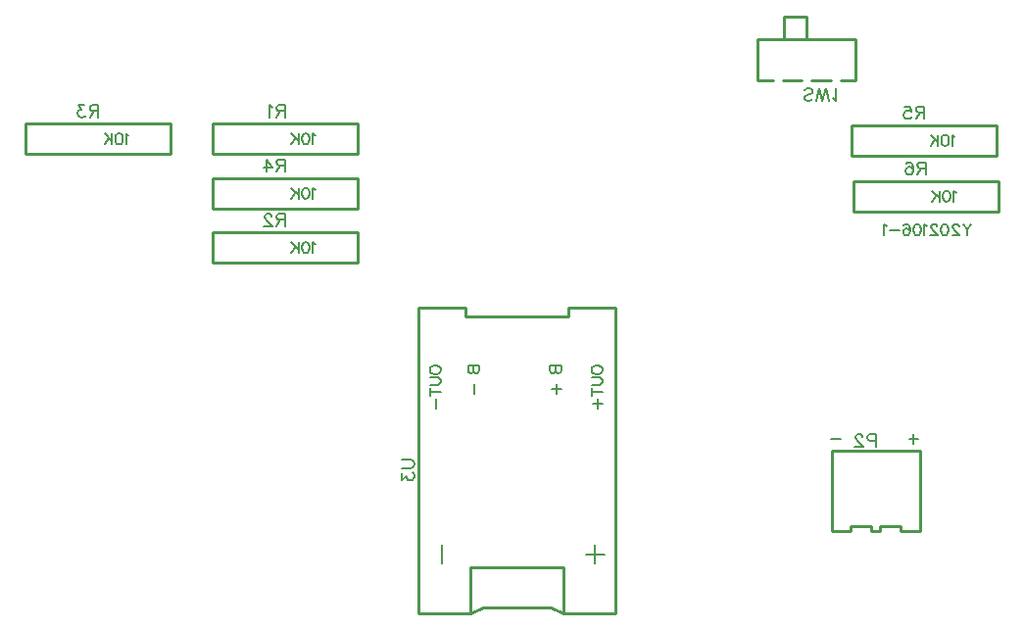
<source format=gbo>
G04 Layer: BottomSilkLayer*
G04 EasyEDA v6.4.19.5, 2021-06-24T18:33:29+08:00*
G04 aead1162afaa444bbc7f75adb803ea33,99b1a7aa48a248eb80d1c8c93250a523,10*
G04 Gerber Generator version 0.2*
G04 Scale: 100 percent, Rotated: No, Reflected: No *
G04 Dimensions in millimeters *
G04 leading zeros omitted , absolute positions ,4 integer and 5 decimal *
%FSLAX45Y45*%
%MOMM*%

%ADD10C,0.2540*%
%ADD21C,0.2032*%
%ADD22C,0.1524*%
%ADD23C,0.2000*%

%LPD*%
D21*
X8506190Y10971171D02*
G01*
X8506190Y10889353D01*
X8547100Y10930262D02*
G01*
X8465281Y10930262D01*
X7874000Y10930262D02*
G01*
X7792181Y10930262D01*
X9004300Y12788209D02*
G01*
X8967937Y12742753D01*
X8967937Y12692753D01*
X8931572Y12788209D02*
G01*
X8967937Y12742753D01*
X8897028Y12765481D02*
G01*
X8897028Y12770027D01*
X8892481Y12779118D01*
X8887937Y12783662D01*
X8878844Y12788209D01*
X8860663Y12788209D01*
X8851572Y12783662D01*
X8847028Y12779118D01*
X8842481Y12770027D01*
X8842481Y12760937D01*
X8847028Y12751846D01*
X8856118Y12738209D01*
X8901572Y12692753D01*
X8837937Y12692753D01*
X8780663Y12788209D02*
G01*
X8794300Y12783662D01*
X8803391Y12770027D01*
X8807935Y12747299D01*
X8807935Y12733662D01*
X8803391Y12710937D01*
X8794300Y12697299D01*
X8780663Y12692753D01*
X8771572Y12692753D01*
X8757935Y12697299D01*
X8748844Y12710937D01*
X8744300Y12733662D01*
X8744300Y12747299D01*
X8748844Y12770027D01*
X8757935Y12783662D01*
X8771572Y12788209D01*
X8780663Y12788209D01*
X8709753Y12765481D02*
G01*
X8709753Y12770027D01*
X8705209Y12779118D01*
X8700663Y12783662D01*
X8691572Y12788209D01*
X8673391Y12788209D01*
X8664300Y12783662D01*
X8659754Y12779118D01*
X8655210Y12770027D01*
X8655210Y12760937D01*
X8659754Y12751846D01*
X8668844Y12738209D01*
X8714300Y12692753D01*
X8650663Y12692753D01*
X8620663Y12770027D02*
G01*
X8611572Y12774571D01*
X8597935Y12788209D01*
X8597935Y12692753D01*
X8540663Y12788209D02*
G01*
X8554300Y12783662D01*
X8563391Y12770027D01*
X8567935Y12747299D01*
X8567935Y12733662D01*
X8563391Y12710937D01*
X8554300Y12697299D01*
X8540663Y12692753D01*
X8531572Y12692753D01*
X8517935Y12697299D01*
X8508845Y12710937D01*
X8504300Y12733662D01*
X8504300Y12747299D01*
X8508845Y12770027D01*
X8517935Y12783662D01*
X8531572Y12788209D01*
X8540663Y12788209D01*
X8419754Y12774571D02*
G01*
X8424301Y12783662D01*
X8437935Y12788209D01*
X8447026Y12788209D01*
X8460663Y12783662D01*
X8469754Y12770027D01*
X8474301Y12747299D01*
X8474301Y12724571D01*
X8469754Y12706390D01*
X8460663Y12697299D01*
X8447026Y12692753D01*
X8442482Y12692753D01*
X8428845Y12697299D01*
X8419754Y12706390D01*
X8415207Y12720027D01*
X8415207Y12724571D01*
X8419754Y12738209D01*
X8428845Y12747299D01*
X8442482Y12751846D01*
X8447026Y12751846D01*
X8460663Y12747299D01*
X8469754Y12738209D01*
X8474301Y12724571D01*
X8385208Y12733662D02*
G01*
X8303392Y12733662D01*
X8273392Y12770027D02*
G01*
X8264298Y12774571D01*
X8250664Y12788209D01*
X8250664Y12692753D01*
D22*
X7633144Y13870178D02*
G01*
X7622730Y13859763D01*
X7607236Y13854684D01*
X7586408Y13854684D01*
X7570914Y13859763D01*
X7560500Y13870178D01*
X7560500Y13880592D01*
X7565580Y13891005D01*
X7570914Y13896339D01*
X7581328Y13901420D01*
X7612570Y13911834D01*
X7622730Y13916913D01*
X7628064Y13922247D01*
X7633144Y13932662D01*
X7633144Y13948155D01*
X7622730Y13958570D01*
X7607236Y13963650D01*
X7586408Y13963650D01*
X7570914Y13958570D01*
X7560500Y13948155D01*
X7667434Y13854684D02*
G01*
X7693596Y13963650D01*
X7719504Y13854684D02*
G01*
X7693596Y13963650D01*
X7719504Y13854684D02*
G01*
X7745412Y13963650D01*
X7771320Y13854684D02*
G01*
X7745412Y13963650D01*
X7805610Y13875512D02*
G01*
X7816024Y13870178D01*
X7831772Y13854684D01*
X7831772Y13963650D01*
X8597900Y13805916D02*
G01*
X8597900Y13696950D01*
X8597900Y13805916D02*
G01*
X8551163Y13805916D01*
X8535670Y13800836D01*
X8530336Y13795502D01*
X8525256Y13785087D01*
X8525256Y13774674D01*
X8530336Y13764260D01*
X8535670Y13759179D01*
X8551163Y13754100D01*
X8597900Y13754100D01*
X8561577Y13754100D02*
G01*
X8525256Y13696950D01*
X8428481Y13805916D02*
G01*
X8480552Y13805916D01*
X8485631Y13759179D01*
X8480552Y13764260D01*
X8464804Y13769594D01*
X8449309Y13769594D01*
X8433815Y13764260D01*
X8423402Y13754100D01*
X8418068Y13738352D01*
X8418068Y13727937D01*
X8423402Y13712444D01*
X8433815Y13702029D01*
X8449309Y13696950D01*
X8464804Y13696950D01*
X8480552Y13702029D01*
X8485631Y13707110D01*
X8490965Y13717524D01*
D21*
X8861933Y13542441D02*
G01*
X8852842Y13546985D01*
X8839205Y13560623D01*
X8839205Y13465167D01*
X8781933Y13560623D02*
G01*
X8795570Y13556076D01*
X8804661Y13542441D01*
X8809205Y13519713D01*
X8809205Y13506076D01*
X8804661Y13483351D01*
X8795570Y13469713D01*
X8781933Y13465167D01*
X8772842Y13465167D01*
X8759205Y13469713D01*
X8750114Y13483351D01*
X8745570Y13506076D01*
X8745570Y13519713D01*
X8750114Y13542441D01*
X8759205Y13556076D01*
X8772842Y13560623D01*
X8781933Y13560623D01*
X8715570Y13560623D02*
G01*
X8715570Y13465167D01*
X8651933Y13560623D02*
G01*
X8715570Y13496985D01*
X8692842Y13519713D02*
G01*
X8651933Y13465167D01*
D22*
X8610600Y13323316D02*
G01*
X8610600Y13214350D01*
X8610600Y13323316D02*
G01*
X8563863Y13323316D01*
X8548370Y13318236D01*
X8543036Y13312902D01*
X8537956Y13302487D01*
X8537956Y13292074D01*
X8543036Y13281660D01*
X8548370Y13276579D01*
X8563863Y13271500D01*
X8610600Y13271500D01*
X8574277Y13271500D02*
G01*
X8537956Y13214350D01*
X8441181Y13307821D02*
G01*
X8446515Y13318236D01*
X8462009Y13323316D01*
X8472424Y13323316D01*
X8487918Y13318236D01*
X8498331Y13302487D01*
X8503665Y13276579D01*
X8503665Y13250671D01*
X8498331Y13229844D01*
X8487918Y13219429D01*
X8472424Y13214350D01*
X8467090Y13214350D01*
X8451595Y13219429D01*
X8441181Y13229844D01*
X8436102Y13245337D01*
X8436102Y13250671D01*
X8441181Y13266166D01*
X8451595Y13276579D01*
X8467090Y13281660D01*
X8472424Y13281660D01*
X8487918Y13276579D01*
X8498331Y13266166D01*
X8503665Y13250671D01*
D21*
X8874633Y13059841D02*
G01*
X8865542Y13064385D01*
X8851905Y13078023D01*
X8851905Y12982567D01*
X8794633Y13078023D02*
G01*
X8808270Y13073476D01*
X8817361Y13059841D01*
X8821905Y13037113D01*
X8821905Y13023476D01*
X8817361Y13000751D01*
X8808270Y12987113D01*
X8794633Y12982567D01*
X8785542Y12982567D01*
X8771905Y12987113D01*
X8762814Y13000751D01*
X8758270Y13023476D01*
X8758270Y13037113D01*
X8762814Y13059841D01*
X8771905Y13073476D01*
X8785542Y13078023D01*
X8794633Y13078023D01*
X8728270Y13078023D02*
G01*
X8728270Y12982567D01*
X8664633Y13078023D02*
G01*
X8728270Y13014385D01*
X8705542Y13037113D02*
G01*
X8664633Y12982567D01*
D22*
X4084574Y10753344D02*
G01*
X4162552Y10753344D01*
X4178045Y10748263D01*
X4188459Y10737850D01*
X4193540Y10722102D01*
X4193540Y10711687D01*
X4188459Y10696194D01*
X4178045Y10685779D01*
X4162552Y10680700D01*
X4084574Y10680700D01*
X4084574Y10635995D02*
G01*
X4084574Y10578845D01*
X4126229Y10609834D01*
X4126229Y10594339D01*
X4131309Y10583926D01*
X4136390Y10578845D01*
X4152138Y10573512D01*
X4162552Y10573512D01*
X4178045Y10578845D01*
X4188459Y10589260D01*
X4193540Y10604754D01*
X4193540Y10620247D01*
X4188459Y10635995D01*
X4183379Y10641076D01*
X4172965Y10646410D01*
X4326887Y11538968D02*
G01*
X4331459Y11547858D01*
X4340603Y11557002D01*
X4349747Y11561574D01*
X4363209Y11566146D01*
X4386069Y11566146D01*
X4399785Y11561574D01*
X4408675Y11557002D01*
X4417819Y11547858D01*
X4422391Y11538968D01*
X4422391Y11520680D01*
X4417819Y11511536D01*
X4408675Y11502392D01*
X4399785Y11498074D01*
X4386069Y11493502D01*
X4363209Y11493502D01*
X4349747Y11498074D01*
X4340603Y11502392D01*
X4331459Y11511536D01*
X4326887Y11520680D01*
X4326887Y11538968D01*
X4326887Y11463530D02*
G01*
X4395213Y11463530D01*
X4408675Y11458958D01*
X4417819Y11449814D01*
X4422391Y11436098D01*
X4422391Y11426954D01*
X4417819Y11413492D01*
X4408675Y11404348D01*
X4395213Y11399776D01*
X4326887Y11399776D01*
X4326887Y11338054D02*
G01*
X4422391Y11338054D01*
X4326887Y11369804D02*
G01*
X4326887Y11306050D01*
X4381497Y11276078D02*
G01*
X4381497Y11194290D01*
X5723890Y11538963D02*
G01*
X5728461Y11547853D01*
X5737606Y11556997D01*
X5746750Y11561569D01*
X5760211Y11566141D01*
X5783072Y11566141D01*
X5796788Y11561569D01*
X5805677Y11556997D01*
X5814822Y11547853D01*
X5819393Y11538963D01*
X5819393Y11520675D01*
X5814822Y11511531D01*
X5805677Y11502387D01*
X5796788Y11498069D01*
X5783072Y11493497D01*
X5760211Y11493497D01*
X5746750Y11498069D01*
X5737606Y11502387D01*
X5728461Y11511531D01*
X5723890Y11520675D01*
X5723890Y11538963D01*
X5723890Y11463525D02*
G01*
X5792215Y11463525D01*
X5805677Y11458953D01*
X5814822Y11449809D01*
X5819393Y11436093D01*
X5819393Y11426949D01*
X5814822Y11413487D01*
X5805677Y11404343D01*
X5792215Y11399771D01*
X5723890Y11399771D01*
X5723890Y11338049D02*
G01*
X5819393Y11338049D01*
X5723890Y11369799D02*
G01*
X5723890Y11306045D01*
X5737606Y11235179D02*
G01*
X5819393Y11235179D01*
X5778500Y11276073D02*
G01*
X5778500Y11194285D01*
X5364479Y11566144D02*
G01*
X5459984Y11566144D01*
X5364479Y11566144D02*
G01*
X5364479Y11525250D01*
X5369052Y11511534D01*
X5373624Y11506962D01*
X5382768Y11502389D01*
X5391911Y11502389D01*
X5400802Y11506962D01*
X5405374Y11511534D01*
X5409945Y11525250D01*
X5409945Y11566144D02*
G01*
X5409945Y11525250D01*
X5414518Y11511534D01*
X5419090Y11506962D01*
X5428234Y11502389D01*
X5441695Y11502389D01*
X5450840Y11506962D01*
X5455411Y11511534D01*
X5459984Y11525250D01*
X5459984Y11566144D01*
X5378195Y11361674D02*
G01*
X5459984Y11361674D01*
X5419090Y11402568D02*
G01*
X5419090Y11320779D01*
X4657090Y11566144D02*
G01*
X4752593Y11566144D01*
X4657090Y11566144D02*
G01*
X4657090Y11525250D01*
X4661661Y11511534D01*
X4666234Y11506962D01*
X4675377Y11502389D01*
X4684522Y11502389D01*
X4693411Y11506962D01*
X4697984Y11511534D01*
X4702556Y11525250D01*
X4702556Y11566144D02*
G01*
X4702556Y11525250D01*
X4707127Y11511534D01*
X4711700Y11506962D01*
X4720843Y11502389D01*
X4734306Y11502389D01*
X4743450Y11506962D01*
X4748022Y11511534D01*
X4752593Y11525250D01*
X4752593Y11566144D01*
X4711700Y11402568D02*
G01*
X4711700Y11320779D01*
D23*
X5673090Y9934955D02*
G01*
X5836665Y9934955D01*
X5754877Y10016744D02*
G01*
X5754877Y9853168D01*
X4434077Y10016744D02*
G01*
X4434077Y9853168D01*
D22*
X8178800Y10973815D02*
G01*
X8178800Y10864850D01*
X8178800Y10973815D02*
G01*
X8132063Y10973815D01*
X8116570Y10968736D01*
X8111236Y10963402D01*
X8106156Y10952987D01*
X8106156Y10937494D01*
X8111236Y10927079D01*
X8116570Y10922000D01*
X8132063Y10916665D01*
X8178800Y10916665D01*
X8066531Y10947908D02*
G01*
X8066531Y10952987D01*
X8061452Y10963402D01*
X8056118Y10968736D01*
X8045704Y10973815D01*
X8025129Y10973815D01*
X8014715Y10968736D01*
X8009381Y10963402D01*
X8004302Y10952987D01*
X8004302Y10942574D01*
X8009381Y10932160D01*
X8019795Y10916665D01*
X8071865Y10864850D01*
X7998968Y10864850D01*
X1460500Y13818616D02*
G01*
X1460500Y13709650D01*
X1460500Y13818616D02*
G01*
X1413763Y13818616D01*
X1398270Y13813536D01*
X1392936Y13808202D01*
X1387855Y13797787D01*
X1387855Y13787374D01*
X1392936Y13776960D01*
X1398270Y13771879D01*
X1413763Y13766800D01*
X1460500Y13766800D01*
X1424178Y13766800D02*
G01*
X1387855Y13709650D01*
X1343152Y13818616D02*
G01*
X1286002Y13818616D01*
X1316989Y13776960D01*
X1301495Y13776960D01*
X1291081Y13771879D01*
X1286002Y13766800D01*
X1280668Y13751052D01*
X1280668Y13740637D01*
X1286002Y13725144D01*
X1296415Y13714729D01*
X1311910Y13709650D01*
X1327404Y13709650D01*
X1343152Y13714729D01*
X1348231Y13719810D01*
X1353565Y13730224D01*
D21*
X1724532Y13555141D02*
G01*
X1715442Y13559685D01*
X1701805Y13573323D01*
X1701805Y13477867D01*
X1644533Y13573323D02*
G01*
X1658170Y13568776D01*
X1667261Y13555141D01*
X1671805Y13532413D01*
X1671805Y13518776D01*
X1667261Y13496051D01*
X1658170Y13482413D01*
X1644533Y13477867D01*
X1635442Y13477867D01*
X1621805Y13482413D01*
X1612714Y13496051D01*
X1608170Y13518776D01*
X1608170Y13532413D01*
X1612714Y13555141D01*
X1621805Y13568776D01*
X1635442Y13573323D01*
X1644533Y13573323D01*
X1578170Y13573323D02*
G01*
X1578170Y13477867D01*
X1514533Y13573323D02*
G01*
X1578170Y13509685D01*
X1555442Y13532413D02*
G01*
X1514533Y13477867D01*
D22*
X3073400Y13818616D02*
G01*
X3073400Y13709650D01*
X3073400Y13818616D02*
G01*
X3026663Y13818616D01*
X3011170Y13813536D01*
X3005836Y13808202D01*
X3000756Y13797787D01*
X3000756Y13787374D01*
X3005836Y13776960D01*
X3011170Y13771879D01*
X3026663Y13766800D01*
X3073400Y13766800D01*
X3037077Y13766800D02*
G01*
X3000756Y13709650D01*
X2966465Y13797787D02*
G01*
X2956052Y13803121D01*
X2940304Y13818616D01*
X2940304Y13709650D01*
D21*
X3337433Y13555141D02*
G01*
X3328342Y13559685D01*
X3314705Y13573323D01*
X3314705Y13477867D01*
X3257433Y13573323D02*
G01*
X3271070Y13568776D01*
X3280161Y13555141D01*
X3284705Y13532413D01*
X3284705Y13518776D01*
X3280161Y13496051D01*
X3271070Y13482413D01*
X3257433Y13477867D01*
X3248342Y13477867D01*
X3234705Y13482413D01*
X3225614Y13496051D01*
X3221070Y13518776D01*
X3221070Y13532413D01*
X3225614Y13555141D01*
X3234705Y13568776D01*
X3248342Y13573323D01*
X3257433Y13573323D01*
X3191070Y13573323D02*
G01*
X3191070Y13477867D01*
X3127433Y13573323D02*
G01*
X3191070Y13509685D01*
X3168342Y13532413D02*
G01*
X3127433Y13477867D01*
D22*
X3073400Y12878815D02*
G01*
X3073400Y12769850D01*
X3073400Y12878815D02*
G01*
X3026663Y12878815D01*
X3011170Y12873736D01*
X3005836Y12868402D01*
X3000756Y12857987D01*
X3000756Y12847574D01*
X3005836Y12837160D01*
X3011170Y12832079D01*
X3026663Y12827000D01*
X3073400Y12827000D01*
X3037077Y12827000D02*
G01*
X3000756Y12769850D01*
X2961131Y12852908D02*
G01*
X2961131Y12857987D01*
X2956052Y12868402D01*
X2950718Y12873736D01*
X2940304Y12878815D01*
X2919729Y12878815D01*
X2909315Y12873736D01*
X2903981Y12868402D01*
X2898902Y12857987D01*
X2898902Y12847574D01*
X2903981Y12837160D01*
X2914395Y12821665D01*
X2966465Y12769850D01*
X2893568Y12769850D01*
D21*
X3337433Y12615341D02*
G01*
X3328342Y12619885D01*
X3314705Y12633523D01*
X3314705Y12538067D01*
X3257433Y12633523D02*
G01*
X3271070Y12628976D01*
X3280161Y12615341D01*
X3284705Y12592613D01*
X3284705Y12578976D01*
X3280161Y12556251D01*
X3271070Y12542613D01*
X3257433Y12538067D01*
X3248342Y12538067D01*
X3234705Y12542613D01*
X3225614Y12556251D01*
X3221070Y12578976D01*
X3221070Y12592613D01*
X3225614Y12615341D01*
X3234705Y12628976D01*
X3248342Y12633523D01*
X3257433Y12633523D01*
X3191070Y12633523D02*
G01*
X3191070Y12538067D01*
X3127433Y12633523D02*
G01*
X3191070Y12569885D01*
X3168342Y12592613D02*
G01*
X3127433Y12538067D01*
D22*
X3073400Y13348716D02*
G01*
X3073400Y13239750D01*
X3073400Y13348716D02*
G01*
X3026663Y13348716D01*
X3011170Y13343636D01*
X3005836Y13338302D01*
X3000756Y13327887D01*
X3000756Y13317474D01*
X3005836Y13307060D01*
X3011170Y13301979D01*
X3026663Y13296900D01*
X3073400Y13296900D01*
X3037077Y13296900D02*
G01*
X3000756Y13239750D01*
X2914395Y13348716D02*
G01*
X2966465Y13276071D01*
X2888488Y13276071D01*
X2914395Y13348716D02*
G01*
X2914395Y13239750D01*
D21*
X3337433Y13085241D02*
G01*
X3328342Y13089785D01*
X3314705Y13103423D01*
X3314705Y13007967D01*
X3257433Y13103423D02*
G01*
X3271070Y13098876D01*
X3280161Y13085241D01*
X3284705Y13062513D01*
X3284705Y13048876D01*
X3280161Y13026151D01*
X3271070Y13012513D01*
X3257433Y13007967D01*
X3248342Y13007967D01*
X3234705Y13012513D01*
X3225614Y13026151D01*
X3221070Y13048876D01*
X3221070Y13062513D01*
X3225614Y13085241D01*
X3234705Y13098876D01*
X3248342Y13103423D01*
X3257433Y13103423D01*
X3191070Y13103423D02*
G01*
X3191070Y13007967D01*
X3127433Y13103423D02*
G01*
X3191070Y13039785D01*
X3168342Y13062513D02*
G01*
X3127433Y13007967D01*
D10*
X7873547Y14032402D02*
G01*
X8006900Y14032402D01*
X7156897Y14382396D02*
G01*
X7156899Y14032402D01*
X8006897Y14382396D02*
G01*
X7156899Y14382396D01*
X7156899Y14032402D02*
G01*
X7290254Y14032402D01*
X7373546Y14032402D02*
G01*
X7540241Y14032402D01*
X7623533Y14032402D02*
G01*
X7790253Y14032402D01*
X8006897Y14382396D02*
G01*
X8006897Y14032402D01*
X7381900Y14382396D02*
G01*
X7381900Y14582396D01*
X7381900Y14582396D02*
G01*
X7581900Y14582396D01*
X7581900Y14582396D02*
G01*
X7581900Y14382396D01*
X9222892Y13642797D02*
G01*
X7972882Y13642797D01*
X7972882Y13382802D01*
X9222892Y13382802D01*
X9222892Y13642797D01*
X9235592Y13160197D02*
G01*
X7985582Y13160197D01*
X7985582Y12900202D01*
X9235592Y12900202D01*
X9235592Y13160197D01*
X5476240Y9425939D02*
G01*
X5476240Y9824720D01*
X4678679Y9824720D01*
X4678679Y9425939D01*
X4787900Y9474200D01*
X5372100Y9474200D01*
X5476240Y9425939D01*
X5930900Y9423400D01*
X5930900Y12065000D01*
X5524500Y12065000D01*
X5524500Y11988800D01*
X5397500Y11988800D01*
X5143500Y11988800D01*
X5092700Y11988800D01*
X4635500Y11988800D01*
X4635500Y12065000D01*
X4229100Y12065000D01*
X4229100Y9423400D01*
X4678679Y9425939D01*
X8394700Y10132060D02*
G01*
X8559800Y10132060D01*
X8559800Y10833100D01*
X7797800Y10833100D01*
X7797800Y10132060D01*
X7962900Y10132060D01*
X8394700Y10132060D02*
G01*
X8394700Y10177779D01*
X8216900Y10177779D01*
X8216900Y10132060D01*
X8140700Y10132060D02*
G01*
X8140700Y10177779D01*
X7962900Y10177779D01*
X7962900Y10132060D01*
X8216900Y10132060D02*
G01*
X8140700Y10132060D01*
X2085492Y13655497D02*
G01*
X835482Y13655497D01*
X835482Y13395502D01*
X2085492Y13395502D01*
X2085492Y13655497D01*
X3698392Y13655497D02*
G01*
X2448382Y13655497D01*
X2448382Y13395502D01*
X3698392Y13395502D01*
X3698392Y13655497D01*
X3698392Y12715697D02*
G01*
X2448382Y12715697D01*
X2448382Y12455702D01*
X3698392Y12455702D01*
X3698392Y12715697D01*
X3698392Y13185597D02*
G01*
X2448382Y13185597D01*
X2448382Y12925602D01*
X3698392Y12925602D01*
X3698392Y13185597D01*
M02*

</source>
